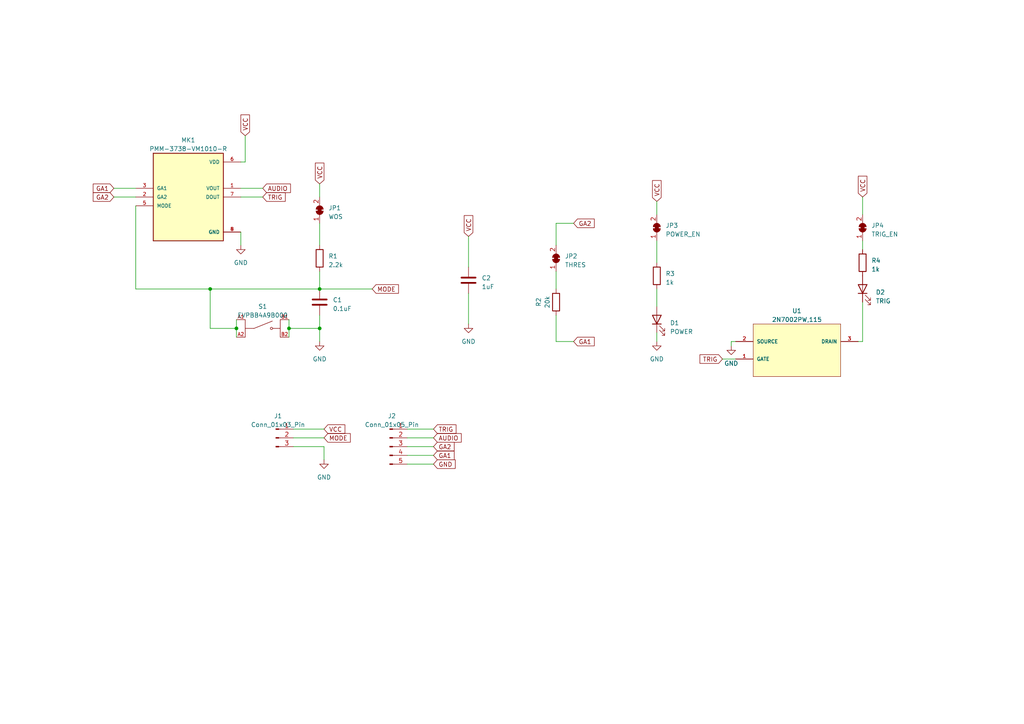
<source format=kicad_sch>
(kicad_sch (version 20230121) (generator eeschema)
  (paper "A4")
  (lib_symbols
    (symbol "2N7002PW_115:2N7002PW,115" (pin_names (offset 1.016))
      (property "Reference" "U" (at 11.9233 7.1336 0))
      (property "Value" "2N7002PW,115" (at 14.4222 -12.9469 0))
      (symbol "2N7002PW,115_0_0"
        (rectangle (start 5.08 -10.16) (end 30.48 5.08) (stroke (width 0.127)) (fill (type background)))
        (pin passive line (at 0 -5.08 0) (length 5.08) (name "GATE") (number "1"))
        (pin passive line (at 0 0 0) (length 5.08) (name "SOURCE") (number "2"))
        (pin passive line (at 35.56 0 180) (length 5.08) (name "DRAIN") (number "3"))
      )
    )
    (symbol "Connector:Conn_01x03_Pin" (pin_names (offset 1.016) hide)
      (property "Reference" "J" (at 0 5.08 0))
      (property "Value" "Conn_01x03_Pin" (at 0 -5.08 0))
      (symbol "Conn_01x03_Pin_1_1"
        (polyline (pts (xy 1.27 -2.54) (xy 0.8636 -2.54)) (stroke (width 0.1524)))
        (polyline (pts (xy 1.27 0) (xy 0.8636 0)) (stroke (width 0.1524)))
        (polyline (pts (xy 1.27 2.54) (xy 0.8636 2.54)) (stroke (width 0.1524)))
        (rectangle (start 0.8636 -2.413) (end 0 -2.667) (stroke (width 0.1524)) (fill (type outline)))
        (rectangle (start 0.8636 0.127) (end 0 -0.127) (stroke (width 0.1524)) (fill (type outline)))
        (rectangle (start 0.8636 2.667) (end 0 2.413) (stroke (width 0.1524)) (fill (type outline)))
        (pin passive line (at 5.08 2.54 180) (length 3.81) (name "Pin_1") (number "1"))
        (pin passive line (at 5.08 0 180) (length 3.81) (name "Pin_2") (number "2"))
        (pin passive line (at 5.08 -2.54 180) (length 3.81) (name "Pin_3") (number "3"))
      )
    )
    (symbol "Connector:Conn_01x05_Pin" (pin_names (offset 1.016) hide)
      (property "Reference" "J" (at 0 7.62 0))
      (property "Value" "Conn_01x05_Pin" (at 0 -7.62 0))
      (symbol "Conn_01x05_Pin_1_1"
        (polyline (pts (xy 1.27 -5.08) (xy 0.8636 -5.08)) (stroke (width 0.1524)))
        (polyline (pts (xy 1.27 -2.54) (xy 0.8636 -2.54)) (stroke (width 0.1524)))
        (polyline (pts (xy 1.27 0) (xy 0.8636 0)) (stroke (width 0.1524)))
        (polyline (pts (xy 1.27 2.54) (xy 0.8636 2.54)) (stroke (width 0.1524)))
        (polyline (pts (xy 1.27 5.08) (xy 0.8636 5.08)) (stroke (width 0.1524)))
        (rectangle (start 0.8636 -4.953) (end 0 -5.207) (stroke (width 0.1524)) (fill (type outline)))
        (rectangle (start 0.8636 -2.413) (end 0 -2.667) (stroke (width 0.1524)) (fill (type outline)))
        (rectangle (start 0.8636 0.127) (end 0 -0.127) (stroke (width 0.1524)) (fill (type outline)))
        (rectangle (start 0.8636 2.667) (end 0 2.413) (stroke (width 0.1524)) (fill (type outline)))
        (rectangle (start 0.8636 5.207) (end 0 4.953) (stroke (width 0.1524)) (fill (type outline)))
        (pin passive line (at 5.08 5.08 180) (length 3.81) (name "Pin_1") (number "1"))
        (pin passive line (at 5.08 2.54 180) (length 3.81) (name "Pin_2") (number "2"))
        (pin passive line (at 5.08 0 180) (length 3.81) (name "Pin_3") (number "3"))
        (pin passive line (at 5.08 -2.54 180) (length 3.81) (name "Pin_4") (number "4"))
        (pin passive line (at 5.08 -5.08 180) (length 3.81) (name "Pin_5") (number "5"))
      )
    )
    (symbol "Device:C" (pin_numbers hide) (pin_names (offset 0.254))
      (property "Reference" "C" (at 0.635 2.54 0))
      (property "Value" "C" (at 0.635 -2.54 0))
      (symbol "C_0_1"
        (polyline (pts (xy -2.032 -0.762) (xy 2.032 -0.762)) (stroke (width 0.508)))
        (polyline (pts (xy -2.032 0.762) (xy 2.032 0.762)) (stroke (width 0.508)))
      )
      (symbol "C_1_1"
        (pin passive line (at 0 3.81 270) (length 2.794) (name "~") (number "1"))
        (pin passive line (at 0 -3.81 90) (length 2.794) (name "~") (number "2"))
      )
    )
    (symbol "Device:LED" (pin_numbers hide) (pin_names (offset 1.016) hide)
      (property "Reference" "D" (at 0 2.54 0))
      (property "Value" "LED" (at 0 -2.54 0))
      (symbol "LED_0_1"
        (polyline (pts (xy -1.27 -1.27) (xy -1.27 1.27)) (stroke (width 0.254)))
        (polyline (pts (xy -1.27 0) (xy 1.27 0)))
        (polyline (pts (xy 1.27 -1.27) (xy 1.27 1.27) (xy -1.27 0) (xy 1.27 -1.27)) (stroke (width 0.254)))
        (polyline (pts (xy -3.048 -0.762) (xy -4.572 -2.286) (xy -3.81 -2.286) (xy -4.572 -2.286) (xy -4.572 -1.524)))
        (polyline (pts (xy -1.778 -0.762) (xy -3.302 -2.286) (xy -2.54 -2.286) (xy -3.302 -2.286) (xy -3.302 -1.524)))
      )
      (symbol "LED_1_1"
        (pin passive line (at -3.81 0 0) (length 2.54) (name "K") (number "1"))
        (pin passive line (at 3.81 0 180) (length 2.54) (name "A") (number "2"))
      )
    )
    (symbol "Device:R" (pin_numbers hide) (pin_names (offset 0))
      (property "Reference" "R" (at 2.032 0 90))
      (property "Value" "R" (at 0 0 90))
      (symbol "R_0_1"
        (rectangle (start -1.016 -2.54) (end 1.016 2.54) (stroke (width 0.254)))
      )
      (symbol "R_1_1"
        (pin passive line (at 0 3.81 270) (length 1.27) (name "~") (number "1"))
        (pin passive line (at 0 -3.81 90) (length 1.27) (name "~") (number "2"))
      )
    )
    (symbol "EVPBB4A9B000:EVPBB4A9B000" (pin_names (offset 1.016))
      (property "Reference" "S" (at -2.54 2.54 0))
      (property "Value" "EVPBB4A9B000" (at -2.54 -2.54 0))
      (symbol "EVPBB4A9B000_0_0"
        (polyline (pts (xy -5.08 2.54) (xy -5.08 -2.54)) (stroke (width 0.1524)))
        (polyline (pts (xy -2.54 0) (xy -5.08 0)) (stroke (width 0.1524)))
        (polyline (pts (xy -2.54 0) (xy 2.794 2.1336)) (stroke (width 0.1524)))
        (polyline (pts (xy 5.08 0) (xy 2.921 0)) (stroke (width 0.1524)))
        (polyline (pts (xy 5.08 2.54) (xy 5.08 -2.54)) (stroke (width 0.1524)))
        (circle (center 2.54 0) (radius 0.3302) (stroke (width 0.1524)))
        (pin passive line (at -7.62 2.54 0) (length 2.54) (name "~") (number "A1"))
        (pin passive line (at -7.62 -2.54 0) (length 2.54) (name "~") (number "A2"))
        (pin passive line (at 7.62 2.54 180) (length 2.54) (name "~") (number "B1"))
        (pin passive line (at 7.62 -2.54 180) (length 2.54) (name "~") (number "B2"))
      )
    )
    (symbol "Jumper:SolderJumper_2_Bridged" (pin_names (offset 0) hide)
      (property "Reference" "JP" (at 0 2.032 0))
      (property "Value" "SolderJumper_2_Bridged" (at 0 -2.54 0))
      (symbol "SolderJumper_2_Bridged_0_1"
        (rectangle (start -0.508 0.508) (end 0.508 -0.508) (fill (type outline)))
        (arc (start -0.254 1.016) (mid -1.2656 0) (end -0.254 -1.016))
        (arc (start -0.254 1.016) (mid -1.2656 0) (end -0.254 -1.016) (fill (type outline)))
        (polyline (pts (xy -0.254 1.016) (xy -0.254 -1.016)))
        (polyline (pts (xy 0.254 1.016) (xy 0.254 -1.016)))
        (arc (start 0.254 -1.016) (mid 1.2656 0) (end 0.254 1.016))
        (arc (start 0.254 -1.016) (mid 1.2656 0) (end 0.254 1.016) (fill (type outline)))
      )
      (symbol "SolderJumper_2_Bridged_1_1"
        (pin passive line (at -3.81 0 0) (length 2.54) (name "A") (number "1"))
        (pin passive line (at 3.81 0 180) (length 2.54) (name "B") (number "2"))
      )
    )
    (symbol "PMM-3738-VM1010-R:PMM-3738-VM1010-R" (pin_names (offset 1.016))
      (property "Reference" "MK" (at -10.16 13.97 0))
      (property "Value" "PMM-3738-VM1010-R" (at -10.16 -13.97 0))
      (symbol "PMM-3738-VM1010-R_0_0"
        (rectangle (start -10.16 -12.7) (end 10.16 12.7) (stroke (width 0.254)) (fill (type background)))
        (pin output line (at 15.24 2.54 180) (length 5.08) (name "VOUT") (number "1"))
        (pin input line (at -15.24 0 0) (length 5.08) (name "GA2") (number "2"))
        (pin input line (at -15.24 2.54 0) (length 5.08) (name "GA1") (number "3"))
        (pin power_in line (at 15.24 -10.16 180) (length 5.08) (name "GND") (number "4"))
        (pin input line (at -15.24 -2.54 0) (length 5.08) (name "MODE") (number "5"))
        (pin power_in line (at 15.24 10.16 180) (length 5.08) (name "VDD") (number "6"))
        (pin output line (at 15.24 0 180) (length 5.08) (name "DOUT") (number "7"))
        (pin power_in line (at 15.24 -10.16 180) (length 5.08) (name "GND") (number "8"))
      )
    )
    (symbol "power:GND" (power) (pin_names (offset 0))
      (property "Value" "GND" (at 0 -3.81 0))
      (symbol "GND_0_1"
        (polyline (pts (xy 0 0) (xy 0 -1.27) (xy 1.27 -1.27) (xy 0 -2.54) (xy -1.27 -1.27) (xy 0 -1.27)))
      )
      (symbol "GND_1_1"
        (pin power_in line (at 0 0 270) (length 0) hide (name "GND") (number "1"))
      )
    )
  )
  (junction (at 92.71 95.25))
  (junction (at 83.82 95.25))
  (junction (at 92.71 83.82))
  (junction (at 68.58 95.25))
  (junction (at 60.96 83.82))
  (wire (pts (xy 250.19 69.85) (xy 250.19 72.39)))
  (wire (pts (xy 161.29 64.77) (xy 161.29 71.12)))
  (wire (pts (xy 209.55 104.14) (xy 213.36 104.14)))
  (wire (pts (xy 118.11 124.46) (xy 125.73 124.46)))
  (wire (pts (xy 92.71 78.74) (xy 92.71 83.82)))
  (wire (pts (xy 39.37 59.69) (xy 39.37 83.82)))
  (wire (pts (xy 92.71 83.82) (xy 107.95 83.82)))
  (wire (pts (xy 60.96 83.82) (xy 92.71 83.82)))
  (wire (pts (xy 135.89 68.58) (xy 135.89 77.47)))
  (wire (pts (xy 83.82 95.25) (xy 83.82 97.79)))
  (wire (pts (xy 166.37 99.06) (xy 161.29 99.06)))
  (wire (pts (xy 68.58 95.25) (xy 68.58 92.71)))
  (wire (pts (xy 60.96 83.82) (xy 60.96 95.25)))
  (wire (pts (xy 161.29 99.06) (xy 161.29 91.44)))
  (wire (pts (xy 60.96 95.25) (xy 68.58 95.25)))
  (wire (pts (xy 248.92 99.06) (xy 250.19 99.06)))
  (wire (pts (xy 83.82 95.25) (xy 92.71 95.25)))
  (wire (pts (xy 190.5 96.52) (xy 190.5 99.06)))
  (wire (pts (xy 212.09 99.06) (xy 212.09 100.33)))
  (wire (pts (xy 166.37 64.77) (xy 161.29 64.77)))
  (wire (pts (xy 71.12 46.99) (xy 69.85 46.99)))
  (wire (pts (xy 92.71 91.44) (xy 92.71 95.25)))
  (wire (pts (xy 68.58 95.25) (xy 68.58 97.79)))
  (wire (pts (xy 190.5 58.42) (xy 190.5 62.23)))
  (wire (pts (xy 33.02 57.15) (xy 39.37 57.15)))
  (wire (pts (xy 190.5 69.85) (xy 190.5 76.2)))
  (wire (pts (xy 83.82 92.71) (xy 83.82 95.25)))
  (wire (pts (xy 135.89 85.09) (xy 135.89 93.98)))
  (wire (pts (xy 190.5 83.82) (xy 190.5 88.9)))
  (wire (pts (xy 118.11 127) (xy 125.73 127)))
  (wire (pts (xy 69.85 67.31) (xy 69.85 71.12)))
  (wire (pts (xy 33.02 54.61) (xy 39.37 54.61)))
  (wire (pts (xy 92.71 53.34) (xy 92.71 57.15)))
  (wire (pts (xy 39.37 83.82) (xy 60.96 83.82)))
  (wire (pts (xy 212.09 99.06) (xy 213.36 99.06)))
  (wire (pts (xy 92.71 95.25) (xy 92.71 99.06)))
  (wire (pts (xy 85.09 129.54) (xy 93.98 129.54)))
  (wire (pts (xy 85.09 124.46) (xy 93.98 124.46)))
  (wire (pts (xy 69.85 57.15) (xy 76.2 57.15)))
  (wire (pts (xy 93.98 129.54) (xy 93.98 133.35)))
  (wire (pts (xy 71.12 39.37) (xy 71.12 46.99)))
  (wire (pts (xy 250.19 57.15) (xy 250.19 62.23)))
  (wire (pts (xy 161.29 78.74) (xy 161.29 83.82)))
  (wire (pts (xy 118.11 132.08) (xy 125.73 132.08)))
  (wire (pts (xy 118.11 134.62) (xy 125.73 134.62)))
  (wire (pts (xy 69.85 54.61) (xy 76.2 54.61)))
  (wire (pts (xy 250.19 99.06) (xy 250.19 87.63)))
  (wire (pts (xy 92.71 64.77) (xy 92.71 71.12)))
  (wire (pts (xy 118.11 129.54) (xy 125.73 129.54)))
  (wire (pts (xy 85.09 127) (xy 93.98 127)))
  (global_label "VCC" (shape input) (at 135.89 68.58 90) (property "Intersheetrefs" "${INTERSHEET_REFS}" (effects hide)))
  (global_label "TRIG" (shape input) (at 125.73 124.46 0) (property "Intersheetrefs" "${INTERSHEET_REFS}" (effects hide)))
  (global_label "AUDIO" (shape input) (at 76.2 54.61 0) (property "Intersheetrefs" "${INTERSHEET_REFS}" (effects hide)))
  (global_label "GA2" (shape input) (at 33.02 57.15 180) (property "Intersheetrefs" "${INTERSHEET_REFS}" (effects hide)))
  (global_label "VCC" (shape input) (at 93.98 124.46 0) (property "Intersheetrefs" "${INTERSHEET_REFS}" (effects hide)))
  (global_label "TRIG" (shape input) (at 76.2 57.15 0) (property "Intersheetrefs" "${INTERSHEET_REFS}" (effects hide)))
  (global_label "GA1" (shape input) (at 125.73 132.08 0) (property "Intersheetrefs" "${INTERSHEET_REFS}" (effects hide)))
  (global_label "GA2" (shape input) (at 125.73 129.54 0) (property "Intersheetrefs" "${INTERSHEET_REFS}" (effects hide)))
  (global_label "GND" (shape input) (at 125.73 134.62 0) (property "Intersheetrefs" "${INTERSHEET_REFS}" (effects hide)))
  (global_label "TRIG" (shape input) (at 209.55 104.14 180) (property "Intersheetrefs" "${INTERSHEET_REFS}" (effects hide)))
  (global_label "VCC" (shape input) (at 250.19 57.15 90) (property "Intersheetrefs" "${INTERSHEET_REFS}" (effects hide)))
  (global_label "MODE" (shape input) (at 93.98 127 0) (property "Intersheetrefs" "${INTERSHEET_REFS}" (effects hide)))
  (global_label "MODE" (shape input) (at 107.95 83.82 0) (property "Intersheetrefs" "${INTERSHEET_REFS}" (effects hide)))
  (global_label "GA2" (shape input) (at 166.37 64.77 0) (property "Intersheetrefs" "${INTERSHEET_REFS}" (effects hide)))
  (global_label "VCC" (shape input) (at 92.71 53.34 90) (property "Intersheetrefs" "${INTERSHEET_REFS}" (effects hide)))
  (global_label "GA1" (shape input) (at 33.02 54.61 180) (property "Intersheetrefs" "${INTERSHEET_REFS}" (effects hide)))
  (global_label "AUDIO" (shape input) (at 125.73 127 0) (property "Intersheetrefs" "${INTERSHEET_REFS}" (effects hide)))
  (global_label "VCC" (shape input) (at 190.5 58.42 90) (property "Intersheetrefs" "${INTERSHEET_REFS}" (effects hide)))
  (global_label "VCC" (shape input) (at 71.12 39.37 90) (property "Intersheetrefs" "${INTERSHEET_REFS}" (effects hide)))
  (global_label "GA1" (shape input) (at 166.37 99.06 0) (property "Intersheetrefs" "${INTERSHEET_REFS}" (effects hide)))
  (symbol (lib_id "PMM-3738-VM1010-R:PMM-3738-VM1010-R") (at 54.61 57.15 0) (unit 1)
    (property "Reference" "MK1" (at 54.61 40.64 0))
    (property "Value" "PMM-3738-VM1010-R" (at 54.61 43.18 0))
    (property "Footprint" "PMM-3738-VM1010-R:MIC_PMM-3738-VM1010-R" (effects hide))
    (property "MANUFACTURER" "PUI Audio" (effects hide))
    (property "DIGIKEY_PART" "668-1585-2-ND" (effects hide))
    (property "MPN" "PMM-3738-VM1010-R" (effects hide))
  )
  (symbol (lib_id "Device:C") (at 92.71 87.63 0) (unit 1)
    (property "Reference" "C1" (at 96.52 86.995 0) (effects (justify left)))
    (property "Value" "0.1uF" (at 96.52 89.535 0) (effects (justify left)))
    (property "Footprint" "Capacitor_SMD:C_0402_1005Metric" (effects hide))
    (property "DIGIKEY_PART" "1276-1043-2-ND" (effects hide))
    (property "MANUFACTURER" "Samsung Electro-Mechanics" (effects hide))
    (property "MPN" "CL05A104KA5NNNC" (effects hide))
  )
  (symbol (lib_id "2N7002PW_115:2N7002PW,115") (at 213.36 99.06 0) (unit 1)
    (property "Reference" "U1" (at 231.14 90.17 0))
    (property "Value" "2N7002PW,115" (at 231.14 92.71 0))
    (property "Footprint" "2N7002PW_115:SOT65P210X110-3N" (effects hide))
    (property "MPN" "2N7002PW,115" (effects hide))
    (property "DIGIKEY_PART" "1727-4793-2-ND" (effects hide))
    (property "MANUFACTURER" "Nexperia USA Inc." (effects hide))
  )
  (symbol (lib_id "Device:R") (at 190.5 80.01 180) (unit 1)
    (property "Reference" "R3" (at 193.04 79.375 0) (effects (justify right)))
    (property "Value" "1k" (at 193.04 81.915 0) (effects (justify right)))
    (property "Footprint" "Resistor_SMD:R_0402_1005Metric" (effects hide))
    (property "DIGIKEY_PART" "YAG2306TR-ND" (effects hide))
    (property "MANUFACTURER" "YAGEO" (effects hide))
    (property "MPN" "RT0402BRE071KL" (effects hide))
  )
  (symbol (lib_id "Jumper:SolderJumper_2_Bridged") (at 161.29 74.93 90) (unit 1)
    (property "Reference" "JP2" (at 163.83 74.295 90) (effects (justify right)))
    (property "Value" "THRES" (at 163.83 76.835 90) (effects (justify right)))
    (property "Footprint" "Jumper:SolderJumper-2_P1.3mm_Bridged2Bar_Pad1.0x1.5mm" (effects hide))
  )
  (symbol (lib_id "power:GND") (at 212.09 100.33 0) (unit 1)
    (property "Reference" "#PWR010" (effects hide))
    (property "Value" "GND" (at 212.09 105.41 0))
  )
  (symbol (lib_id "Jumper:SolderJumper_2_Bridged") (at 92.71 60.96 90) (unit 1)
    (property "Reference" "JP1" (at 95.25 60.325 90) (effects (justify right)))
    (property "Value" "WOS" (at 95.25 62.865 90) (effects (justify right)))
    (property "Footprint" "Jumper:SolderJumper-2_P1.3mm_Bridged2Bar_Pad1.0x1.5mm" (effects hide))
  )
  (symbol (lib_id "power:GND") (at 93.98 133.35 0) (unit 1)
    (property "Reference" "#PWR011" (effects hide))
    (property "Value" "GND" (at 93.98 138.43 0))
  )
  (symbol (lib_id "Device:R") (at 92.71 74.93 0) (unit 1)
    (property "Reference" "R1" (at 95.25 74.295 0) (effects (justify left)))
    (property "Value" "2.2k" (at 95.25 76.835 0) (effects (justify left)))
    (property "Footprint" "Resistor_SMD:R_0402_1005Metric" (effects hide))
    (property "DIGIKEY_PART" "YAG3536TR-ND" (effects hide))
    (property "MANUFACTURER" "YAGEO" (effects hide))
    (property "MPN" "AC0402JR-072K2L" (effects hide))
  )
  (symbol (lib_id "EVPBB4A9B000:EVPBB4A9B000") (at 76.2 95.25 0) (unit 1)
    (property "Reference" "S1" (at 76.2 88.9 0))
    (property "Value" "EVPBB4A9B000" (at 76.2 91.44 0))
    (property "Footprint" "SW_EVPBB4A9B000" (effects hide))
    (property "MANUFACTURER" "Panasonic Electronic" (effects hide))
    (property "MPN" "EVPBB4A9B000" (effects hide))
    (property "DIGIKEY_PART" "P19888CT-ND" (effects hide))
  )
  (symbol (lib_id "Device:LED") (at 190.5 92.71 90) (unit 1)
    (property "Reference" "D1" (at 194.31 93.6625 90) (effects (justify right)))
    (property "Value" "POWER" (at 194.31 96.2025 90) (effects (justify right)))
    (property "Footprint" "LED_SMD:LED_0603_1608Metric" (effects hide))
    (property "DIGIKEY_PART" "160-1447-2-ND" (effects hide))
    (property "MANUFACTURER" "Lite-on Inc" (effects hide))
    (property "MPN" "LTST-C191KRKT" (effects hide))
  )
  (symbol (lib_id "Connector:Conn_01x05_Pin") (at 113.03 129.54 0) (unit 1)
    (property "Reference" "J2" (at 113.665 120.65 0))
    (property "Value" "Conn_01x05_Pin" (at 113.665 123.19 0))
    (property "Footprint" "Connector_PinHeader_2.54mm:PinHeader_1x05_P2.54mm_Vertical" (effects hide))
  )
  (symbol (lib_id "Jumper:SolderJumper_2_Bridged") (at 250.19 66.04 90) (unit 1)
    (property "Reference" "JP4" (at 252.73 65.405 90) (effects (justify right)))
    (property "Value" "TRIG_EN" (at 252.73 67.945 90) (effects (justify right)))
    (property "Footprint" "Jumper:SolderJumper-2_P1.3mm_Bridged2Bar_Pad1.0x1.5mm" (effects hide))
  )
  (symbol (lib_id "Device:R") (at 250.19 76.2 180) (unit 1)
    (property "Reference" "R4" (at 252.73 75.565 0) (effects (justify right)))
    (property "Value" "1k" (at 252.73 78.105 0) (effects (justify right)))
    (property "Footprint" "Resistor_SMD:R_0402_1005Metric" (effects hide))
    (property "DIGIKEY_PART" "YAG2306TR-ND" (effects hide))
    (property "MANUFACTURER" "YAGEO" (effects hide))
    (property "MPN" "RT0402BRE071KL" (effects hide))
  )
  (symbol (lib_id "power:GND") (at 69.85 71.12 0) (unit 1)
    (property "Reference" "#PWR01" (effects hide))
    (property "Value" "GND" (at 69.85 76.2 0))
  )
  (symbol (lib_id "Connector:Conn_01x03_Pin") (at 80.01 127 0) (unit 1)
    (property "Reference" "J1" (at 80.645 120.65 0))
    (property "Value" "Conn_01x03_Pin" (at 80.645 123.19 0))
    (property "Footprint" "Connector_PinHeader_2.54mm:PinHeader_1x03_P2.54mm_Vertical" (effects hide))
  )
  (symbol (lib_id "power:GND") (at 135.89 93.98 0) (unit 1)
    (property "Reference" "#PWR06" (effects hide))
    (property "Value" "GND" (at 135.89 99.06 0))
  )
  (symbol (lib_id "power:GND") (at 190.5 99.06 0) (unit 1)
    (property "Reference" "#PWR08" (effects hide))
    (property "Value" "GND" (at 190.5 104.14 0))
  )
  (symbol (lib_id "Jumper:SolderJumper_2_Bridged") (at 190.5 66.04 90) (unit 1)
    (property "Reference" "JP3" (at 193.04 65.405 90) (effects (justify right)))
    (property "Value" "POWER_EN" (at 193.04 67.945 90) (effects (justify right)))
    (property "Footprint" "Jumper:SolderJumper-2_P1.3mm_Bridged2Bar_Pad1.0x1.5mm" (effects hide))
  )
  (symbol (lib_id "Device:LED") (at 250.19 83.82 90) (unit 1)
    (property "Reference" "D2" (at 254 84.7725 90) (effects (justify right)))
    (property "Value" "TRIG" (at 254 87.3125 90) (effects (justify right)))
    (property "Footprint" "LED_SMD:LED_0603_1608Metric" (effects hide))
    (property "DIGIKEY_PART" "160-1446-2-ND" (effects hide))
    (property "MANUFACTURER" "Lite-on Inc" (effects hide))
    (property "MPN" "LTST-C191KGKT" (effects hide))
  )
  (symbol (lib_id "Device:R") (at 161.29 87.63 180) (unit 1)
    (property "Reference" "R2" (at 156.21 87.63 90))
    (property "Value" "20k" (at 158.75 87.63 90))
    (property "Footprint" "Resistor_SMD:R_0402_1005Metric" (effects hide))
    (property "DIGIKEY_PART" "YAG1388TR-ND" (effects hide))
    (property "MANUFACTURER" "YAGEO" (effects hide))
    (property "MPN" "RT0402BRD0720KL" (effects hide))
  )
  (symbol (lib_id "Device:C") (at 135.89 81.28 0) (unit 1)
    (property "Reference" "C2" (at 139.7 80.645 0) (effects (justify left)))
    (property "Value" "1uF" (at 139.7 83.185 0) (effects (justify left)))
    (property "Footprint" "Capacitor_SMD:C_0402_1005Metric" (effects hide))
    (property "DIGIKEY_PART" "1276-1076-2-ND" (effects hide))
    (property "MANUFACTURER" "Samsung Electro-Mechanics" (effects hide))
    (property "MPN" "CL05A105KP5NNNC" (effects hide))
  )
  (symbol (lib_id "power:GND") (at 92.71 99.06 0) (unit 1)
    (property "Reference" "#PWR04" (effects hide))
    (property "Value" "GND" (at 92.71 104.14 0))
  )
)
</source>
